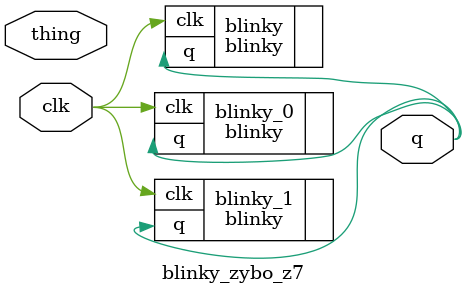
<source format=v>
module blinky_zybo_z7
  #(parameter random = 16,
  parameter blah = 2)
  (input wire  clk,
   output wire q,
   input wire [((2+random)/(blah)):4] thing
   );

   blinky #(.clk_freq_hz (125_000_000)) blinky
     (.clk (clk),
      .q   (q));

   blinky #(.clk_freq_hz (125_000_000)) blinky_0
     (.clk (clk),
      .q   (q));

   blinky #(.clk_freq_hz (125_000_000)) blinky_1
     (.clk (clk),
      .q   (q));


endmodule

</source>
